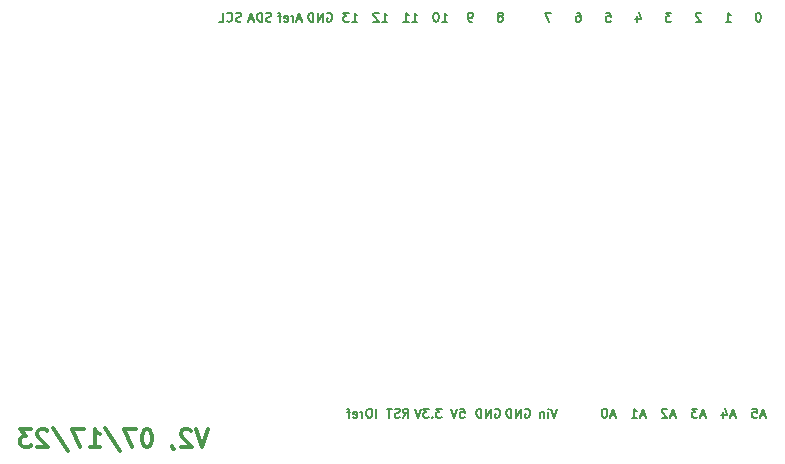
<source format=gbr>
%TF.GenerationSoftware,KiCad,Pcbnew,(6.0.8-1)-1*%
%TF.CreationDate,2023-07-19T23:06:52-04:00*%
%TF.ProjectId,bnc_shield,626e635f-7368-4696-956c-642e6b696361,rev?*%
%TF.SameCoordinates,Original*%
%TF.FileFunction,Legend,Bot*%
%TF.FilePolarity,Positive*%
%FSLAX46Y46*%
G04 Gerber Fmt 4.6, Leading zero omitted, Abs format (unit mm)*
G04 Created by KiCad (PCBNEW (6.0.8-1)-1) date 2023-07-19 23:06:52*
%MOMM*%
%LPD*%
G01*
G04 APERTURE LIST*
%ADD10C,0.127000*%
%ADD11C,0.300000*%
G04 APERTURE END LIST*
D10*
X157498142Y-116168714D02*
X157244142Y-116930714D01*
X156990142Y-116168714D01*
X156736142Y-116930714D02*
X156736142Y-116422714D01*
X156736142Y-116168714D02*
X156772428Y-116205000D01*
X156736142Y-116241285D01*
X156699857Y-116205000D01*
X156736142Y-116168714D01*
X156736142Y-116241285D01*
X156373285Y-116422714D02*
X156373285Y-116930714D01*
X156373285Y-116495285D02*
X156337000Y-116459000D01*
X156264428Y-116422714D01*
X156155571Y-116422714D01*
X156083000Y-116459000D01*
X156046714Y-116531571D01*
X156046714Y-116930714D01*
X147682857Y-116168714D02*
X147211142Y-116168714D01*
X147465142Y-116459000D01*
X147356285Y-116459000D01*
X147283714Y-116495285D01*
X147247428Y-116531571D01*
X147211142Y-116604142D01*
X147211142Y-116785571D01*
X147247428Y-116858142D01*
X147283714Y-116894428D01*
X147356285Y-116930714D01*
X147574000Y-116930714D01*
X147646571Y-116894428D01*
X147682857Y-116858142D01*
X146884571Y-116858142D02*
X146848285Y-116894428D01*
X146884571Y-116930714D01*
X146920857Y-116894428D01*
X146884571Y-116858142D01*
X146884571Y-116930714D01*
X146594285Y-116168714D02*
X146122571Y-116168714D01*
X146376571Y-116459000D01*
X146267714Y-116459000D01*
X146195142Y-116495285D01*
X146158857Y-116531571D01*
X146122571Y-116604142D01*
X146122571Y-116785571D01*
X146158857Y-116858142D01*
X146195142Y-116894428D01*
X146267714Y-116930714D01*
X146485428Y-116930714D01*
X146558000Y-116894428D01*
X146594285Y-116858142D01*
X145904857Y-116168714D02*
X145650857Y-116930714D01*
X145396857Y-116168714D01*
X145179142Y-83402714D02*
X145614571Y-83402714D01*
X145396857Y-83402714D02*
X145396857Y-82640714D01*
X145469428Y-82749571D01*
X145542000Y-82822142D01*
X145614571Y-82858428D01*
X144453428Y-83402714D02*
X144888857Y-83402714D01*
X144671142Y-83402714D02*
X144671142Y-82640714D01*
X144743714Y-82749571D01*
X144816285Y-82822142D01*
X144888857Y-82858428D01*
X167132000Y-82640714D02*
X166660285Y-82640714D01*
X166914285Y-82931000D01*
X166805428Y-82931000D01*
X166732857Y-82967285D01*
X166696571Y-83003571D01*
X166660285Y-83076142D01*
X166660285Y-83257571D01*
X166696571Y-83330142D01*
X166732857Y-83366428D01*
X166805428Y-83402714D01*
X167023142Y-83402714D01*
X167095714Y-83366428D01*
X167132000Y-83330142D01*
X149243142Y-116168714D02*
X149606000Y-116168714D01*
X149642285Y-116531571D01*
X149606000Y-116495285D01*
X149533428Y-116459000D01*
X149352000Y-116459000D01*
X149279428Y-116495285D01*
X149243142Y-116531571D01*
X149206857Y-116604142D01*
X149206857Y-116785571D01*
X149243142Y-116858142D01*
X149279428Y-116894428D01*
X149352000Y-116930714D01*
X149533428Y-116930714D01*
X149606000Y-116894428D01*
X149642285Y-116858142D01*
X148989142Y-116168714D02*
X148735142Y-116930714D01*
X148481142Y-116168714D01*
X172502285Y-116713000D02*
X172139428Y-116713000D01*
X172574857Y-116930714D02*
X172320857Y-116168714D01*
X172066857Y-116930714D01*
X171486285Y-116422714D02*
X171486285Y-116930714D01*
X171667714Y-116132428D02*
X171849142Y-116676714D01*
X171377428Y-116676714D01*
D11*
X127888000Y-117923571D02*
X127388000Y-119423571D01*
X126888000Y-117923571D01*
X126459428Y-118066428D02*
X126388000Y-117995000D01*
X126245142Y-117923571D01*
X125888000Y-117923571D01*
X125745142Y-117995000D01*
X125673714Y-118066428D01*
X125602285Y-118209285D01*
X125602285Y-118352142D01*
X125673714Y-118566428D01*
X126530857Y-119423571D01*
X125602285Y-119423571D01*
X124888000Y-119352142D02*
X124888000Y-119423571D01*
X124959428Y-119566428D01*
X125030857Y-119637857D01*
X122816571Y-117923571D02*
X122673714Y-117923571D01*
X122530857Y-117995000D01*
X122459428Y-118066428D01*
X122388000Y-118209285D01*
X122316571Y-118495000D01*
X122316571Y-118852142D01*
X122388000Y-119137857D01*
X122459428Y-119280714D01*
X122530857Y-119352142D01*
X122673714Y-119423571D01*
X122816571Y-119423571D01*
X122959428Y-119352142D01*
X123030857Y-119280714D01*
X123102285Y-119137857D01*
X123173714Y-118852142D01*
X123173714Y-118495000D01*
X123102285Y-118209285D01*
X123030857Y-118066428D01*
X122959428Y-117995000D01*
X122816571Y-117923571D01*
X121816571Y-117923571D02*
X120816571Y-117923571D01*
X121459428Y-119423571D01*
X119173714Y-117852142D02*
X120459428Y-119780714D01*
X117888000Y-119423571D02*
X118745142Y-119423571D01*
X118316571Y-119423571D02*
X118316571Y-117923571D01*
X118459428Y-118137857D01*
X118602285Y-118280714D01*
X118745142Y-118352142D01*
X117388000Y-117923571D02*
X116388000Y-117923571D01*
X117030857Y-119423571D01*
X114745142Y-117852142D02*
X116030857Y-119780714D01*
X114316571Y-118066428D02*
X114245142Y-117995000D01*
X114102285Y-117923571D01*
X113745142Y-117923571D01*
X113602285Y-117995000D01*
X113530857Y-118066428D01*
X113459428Y-118209285D01*
X113459428Y-118352142D01*
X113530857Y-118566428D01*
X114388000Y-119423571D01*
X113459428Y-119423571D01*
X112959428Y-117923571D02*
X112030857Y-117923571D01*
X112530857Y-118495000D01*
X112316571Y-118495000D01*
X112173714Y-118566428D01*
X112102285Y-118637857D01*
X112030857Y-118780714D01*
X112030857Y-119137857D01*
X112102285Y-119280714D01*
X112173714Y-119352142D01*
X112316571Y-119423571D01*
X112745142Y-119423571D01*
X112888000Y-119352142D01*
X112959428Y-119280714D01*
D10*
X144435285Y-116930714D02*
X144689285Y-116567857D01*
X144870714Y-116930714D02*
X144870714Y-116168714D01*
X144580428Y-116168714D01*
X144507857Y-116205000D01*
X144471571Y-116241285D01*
X144435285Y-116313857D01*
X144435285Y-116422714D01*
X144471571Y-116495285D01*
X144507857Y-116531571D01*
X144580428Y-116567857D01*
X144870714Y-116567857D01*
X144145000Y-116894428D02*
X144036142Y-116930714D01*
X143854714Y-116930714D01*
X143782142Y-116894428D01*
X143745857Y-116858142D01*
X143709571Y-116785571D01*
X143709571Y-116713000D01*
X143745857Y-116640428D01*
X143782142Y-116604142D01*
X143854714Y-116567857D01*
X143999857Y-116531571D01*
X144072428Y-116495285D01*
X144108714Y-116459000D01*
X144145000Y-116386428D01*
X144145000Y-116313857D01*
X144108714Y-116241285D01*
X144072428Y-116205000D01*
X143999857Y-116168714D01*
X143818428Y-116168714D01*
X143709571Y-116205000D01*
X143491857Y-116168714D02*
X143056428Y-116168714D01*
X143274142Y-116930714D02*
X143274142Y-116168714D01*
X171740285Y-83402714D02*
X172175714Y-83402714D01*
X171958000Y-83402714D02*
X171958000Y-82640714D01*
X172030571Y-82749571D01*
X172103142Y-82822142D01*
X172175714Y-82858428D01*
X156972000Y-82640714D02*
X156464000Y-82640714D01*
X156790571Y-83402714D01*
X152218571Y-116205000D02*
X152291142Y-116168714D01*
X152400000Y-116168714D01*
X152508857Y-116205000D01*
X152581428Y-116277571D01*
X152617714Y-116350142D01*
X152654000Y-116495285D01*
X152654000Y-116604142D01*
X152617714Y-116749285D01*
X152581428Y-116821857D01*
X152508857Y-116894428D01*
X152400000Y-116930714D01*
X152327428Y-116930714D01*
X152218571Y-116894428D01*
X152182285Y-116858142D01*
X152182285Y-116604142D01*
X152327428Y-116604142D01*
X151855714Y-116930714D02*
X151855714Y-116168714D01*
X151420285Y-116930714D01*
X151420285Y-116168714D01*
X151057428Y-116930714D02*
X151057428Y-116168714D01*
X150876000Y-116168714D01*
X150767142Y-116205000D01*
X150694571Y-116277571D01*
X150658285Y-116350142D01*
X150622000Y-116495285D01*
X150622000Y-116604142D01*
X150658285Y-116749285D01*
X150694571Y-116821857D01*
X150767142Y-116894428D01*
X150876000Y-116930714D01*
X151057428Y-116930714D01*
X169635714Y-82713285D02*
X169599428Y-82677000D01*
X169526857Y-82640714D01*
X169345428Y-82640714D01*
X169272857Y-82677000D01*
X169236571Y-82713285D01*
X169200285Y-82785857D01*
X169200285Y-82858428D01*
X169236571Y-82967285D01*
X169672000Y-83402714D01*
X169200285Y-83402714D01*
X135835571Y-83185000D02*
X135472714Y-83185000D01*
X135908142Y-83402714D02*
X135654142Y-82640714D01*
X135400142Y-83402714D01*
X135146142Y-83402714D02*
X135146142Y-82894714D01*
X135146142Y-83039857D02*
X135109857Y-82967285D01*
X135073571Y-82931000D01*
X135001000Y-82894714D01*
X134928428Y-82894714D01*
X134384142Y-83366428D02*
X134456714Y-83402714D01*
X134601857Y-83402714D01*
X134674428Y-83366428D01*
X134710714Y-83293857D01*
X134710714Y-83003571D01*
X134674428Y-82931000D01*
X134601857Y-82894714D01*
X134456714Y-82894714D01*
X134384142Y-82931000D01*
X134347857Y-83003571D01*
X134347857Y-83076142D01*
X134710714Y-83148714D01*
X134130142Y-82894714D02*
X133839857Y-82894714D01*
X134021285Y-83402714D02*
X134021285Y-82749571D01*
X133985000Y-82677000D01*
X133912428Y-82640714D01*
X133839857Y-82640714D01*
X130701142Y-83366428D02*
X130592285Y-83402714D01*
X130410857Y-83402714D01*
X130338285Y-83366428D01*
X130302000Y-83330142D01*
X130265714Y-83257571D01*
X130265714Y-83185000D01*
X130302000Y-83112428D01*
X130338285Y-83076142D01*
X130410857Y-83039857D01*
X130556000Y-83003571D01*
X130628571Y-82967285D01*
X130664857Y-82931000D01*
X130701142Y-82858428D01*
X130701142Y-82785857D01*
X130664857Y-82713285D01*
X130628571Y-82677000D01*
X130556000Y-82640714D01*
X130374571Y-82640714D01*
X130265714Y-82677000D01*
X129503714Y-83330142D02*
X129540000Y-83366428D01*
X129648857Y-83402714D01*
X129721428Y-83402714D01*
X129830285Y-83366428D01*
X129902857Y-83293857D01*
X129939142Y-83221285D01*
X129975428Y-83076142D01*
X129975428Y-82967285D01*
X129939142Y-82822142D01*
X129902857Y-82749571D01*
X129830285Y-82677000D01*
X129721428Y-82640714D01*
X129648857Y-82640714D01*
X129540000Y-82677000D01*
X129503714Y-82713285D01*
X128814285Y-83402714D02*
X129177142Y-83402714D01*
X129177142Y-82640714D01*
X161616571Y-82640714D02*
X161979428Y-82640714D01*
X162015714Y-83003571D01*
X161979428Y-82967285D01*
X161906857Y-82931000D01*
X161725428Y-82931000D01*
X161652857Y-82967285D01*
X161616571Y-83003571D01*
X161580285Y-83076142D01*
X161580285Y-83257571D01*
X161616571Y-83330142D01*
X161652857Y-83366428D01*
X161725428Y-83402714D01*
X161906857Y-83402714D01*
X161979428Y-83366428D01*
X162015714Y-83330142D01*
X162342285Y-116713000D02*
X161979428Y-116713000D01*
X162414857Y-116930714D02*
X162160857Y-116168714D01*
X161906857Y-116930714D01*
X161507714Y-116168714D02*
X161435142Y-116168714D01*
X161362571Y-116205000D01*
X161326285Y-116241285D01*
X161290000Y-116313857D01*
X161253714Y-116459000D01*
X161253714Y-116640428D01*
X161290000Y-116785571D01*
X161326285Y-116858142D01*
X161362571Y-116894428D01*
X161435142Y-116930714D01*
X161507714Y-116930714D01*
X161580285Y-116894428D01*
X161616571Y-116858142D01*
X161652857Y-116785571D01*
X161689142Y-116640428D01*
X161689142Y-116459000D01*
X161652857Y-116313857D01*
X161616571Y-116241285D01*
X161580285Y-116205000D01*
X161507714Y-116168714D01*
X140099142Y-83402714D02*
X140534571Y-83402714D01*
X140316857Y-83402714D02*
X140316857Y-82640714D01*
X140389428Y-82749571D01*
X140462000Y-82822142D01*
X140534571Y-82858428D01*
X139845142Y-82640714D02*
X139373428Y-82640714D01*
X139627428Y-82931000D01*
X139518571Y-82931000D01*
X139446000Y-82967285D01*
X139409714Y-83003571D01*
X139373428Y-83076142D01*
X139373428Y-83257571D01*
X139409714Y-83330142D01*
X139446000Y-83366428D01*
X139518571Y-83402714D01*
X139736285Y-83402714D01*
X139808857Y-83366428D01*
X139845142Y-83330142D01*
X175042285Y-116713000D02*
X174679428Y-116713000D01*
X175114857Y-116930714D02*
X174860857Y-116168714D01*
X174606857Y-116930714D01*
X173990000Y-116168714D02*
X174352857Y-116168714D01*
X174389142Y-116531571D01*
X174352857Y-116495285D01*
X174280285Y-116459000D01*
X174098857Y-116459000D01*
X174026285Y-116495285D01*
X173990000Y-116531571D01*
X173953714Y-116604142D01*
X173953714Y-116785571D01*
X173990000Y-116858142D01*
X174026285Y-116894428D01*
X174098857Y-116930714D01*
X174280285Y-116930714D01*
X174352857Y-116894428D01*
X174389142Y-116858142D01*
X137994571Y-82677000D02*
X138067142Y-82640714D01*
X138176000Y-82640714D01*
X138284857Y-82677000D01*
X138357428Y-82749571D01*
X138393714Y-82822142D01*
X138430000Y-82967285D01*
X138430000Y-83076142D01*
X138393714Y-83221285D01*
X138357428Y-83293857D01*
X138284857Y-83366428D01*
X138176000Y-83402714D01*
X138103428Y-83402714D01*
X137994571Y-83366428D01*
X137958285Y-83330142D01*
X137958285Y-83076142D01*
X138103428Y-83076142D01*
X137631714Y-83402714D02*
X137631714Y-82640714D01*
X137196285Y-83402714D01*
X137196285Y-82640714D01*
X136833428Y-83402714D02*
X136833428Y-82640714D01*
X136652000Y-82640714D01*
X136543142Y-82677000D01*
X136470571Y-82749571D01*
X136434285Y-82822142D01*
X136398000Y-82967285D01*
X136398000Y-83076142D01*
X136434285Y-83221285D01*
X136470571Y-83293857D01*
X136543142Y-83366428D01*
X136652000Y-83402714D01*
X136833428Y-83402714D01*
X174534285Y-82640714D02*
X174461714Y-82640714D01*
X174389142Y-82677000D01*
X174352857Y-82713285D01*
X174316571Y-82785857D01*
X174280285Y-82931000D01*
X174280285Y-83112428D01*
X174316571Y-83257571D01*
X174352857Y-83330142D01*
X174389142Y-83366428D01*
X174461714Y-83402714D01*
X174534285Y-83402714D01*
X174606857Y-83366428D01*
X174643142Y-83330142D01*
X174679428Y-83257571D01*
X174715714Y-83112428D01*
X174715714Y-82931000D01*
X174679428Y-82785857D01*
X174643142Y-82713285D01*
X174606857Y-82677000D01*
X174534285Y-82640714D01*
X164192857Y-82894714D02*
X164192857Y-83402714D01*
X164374285Y-82604428D02*
X164555714Y-83148714D01*
X164084000Y-83148714D01*
X154758571Y-116205000D02*
X154831142Y-116168714D01*
X154940000Y-116168714D01*
X155048857Y-116205000D01*
X155121428Y-116277571D01*
X155157714Y-116350142D01*
X155194000Y-116495285D01*
X155194000Y-116604142D01*
X155157714Y-116749285D01*
X155121428Y-116821857D01*
X155048857Y-116894428D01*
X154940000Y-116930714D01*
X154867428Y-116930714D01*
X154758571Y-116894428D01*
X154722285Y-116858142D01*
X154722285Y-116604142D01*
X154867428Y-116604142D01*
X154395714Y-116930714D02*
X154395714Y-116168714D01*
X153960285Y-116930714D01*
X153960285Y-116168714D01*
X153597428Y-116930714D02*
X153597428Y-116168714D01*
X153416000Y-116168714D01*
X153307142Y-116205000D01*
X153234571Y-116277571D01*
X153198285Y-116350142D01*
X153162000Y-116495285D01*
X153162000Y-116604142D01*
X153198285Y-116749285D01*
X153234571Y-116821857D01*
X153307142Y-116894428D01*
X153416000Y-116930714D01*
X153597428Y-116930714D01*
X150259142Y-83402714D02*
X150114000Y-83402714D01*
X150041428Y-83366428D01*
X150005142Y-83330142D01*
X149932571Y-83221285D01*
X149896285Y-83076142D01*
X149896285Y-82785857D01*
X149932571Y-82713285D01*
X149968857Y-82677000D01*
X150041428Y-82640714D01*
X150186571Y-82640714D01*
X150259142Y-82677000D01*
X150295428Y-82713285D01*
X150331714Y-82785857D01*
X150331714Y-82967285D01*
X150295428Y-83039857D01*
X150259142Y-83076142D01*
X150186571Y-83112428D01*
X150041428Y-83112428D01*
X149968857Y-83076142D01*
X149932571Y-83039857D01*
X149896285Y-82967285D01*
X164882285Y-116713000D02*
X164519428Y-116713000D01*
X164954857Y-116930714D02*
X164700857Y-116168714D01*
X164446857Y-116930714D01*
X163793714Y-116930714D02*
X164229142Y-116930714D01*
X164011428Y-116930714D02*
X164011428Y-116168714D01*
X164084000Y-116277571D01*
X164156571Y-116350142D01*
X164229142Y-116386428D01*
X152726571Y-82967285D02*
X152799142Y-82931000D01*
X152835428Y-82894714D01*
X152871714Y-82822142D01*
X152871714Y-82785857D01*
X152835428Y-82713285D01*
X152799142Y-82677000D01*
X152726571Y-82640714D01*
X152581428Y-82640714D01*
X152508857Y-82677000D01*
X152472571Y-82713285D01*
X152436285Y-82785857D01*
X152436285Y-82822142D01*
X152472571Y-82894714D01*
X152508857Y-82931000D01*
X152581428Y-82967285D01*
X152726571Y-82967285D01*
X152799142Y-83003571D01*
X152835428Y-83039857D01*
X152871714Y-83112428D01*
X152871714Y-83257571D01*
X152835428Y-83330142D01*
X152799142Y-83366428D01*
X152726571Y-83402714D01*
X152581428Y-83402714D01*
X152508857Y-83366428D01*
X152472571Y-83330142D01*
X152436285Y-83257571D01*
X152436285Y-83112428D01*
X152472571Y-83039857D01*
X152508857Y-83003571D01*
X152581428Y-82967285D01*
X147719142Y-83402714D02*
X148154571Y-83402714D01*
X147936857Y-83402714D02*
X147936857Y-82640714D01*
X148009428Y-82749571D01*
X148082000Y-82822142D01*
X148154571Y-82858428D01*
X147247428Y-82640714D02*
X147174857Y-82640714D01*
X147102285Y-82677000D01*
X147066000Y-82713285D01*
X147029714Y-82785857D01*
X146993428Y-82931000D01*
X146993428Y-83112428D01*
X147029714Y-83257571D01*
X147066000Y-83330142D01*
X147102285Y-83366428D01*
X147174857Y-83402714D01*
X147247428Y-83402714D01*
X147320000Y-83366428D01*
X147356285Y-83330142D01*
X147392571Y-83257571D01*
X147428857Y-83112428D01*
X147428857Y-82931000D01*
X147392571Y-82785857D01*
X147356285Y-82713285D01*
X147320000Y-82677000D01*
X147247428Y-82640714D01*
X142639142Y-83402714D02*
X143074571Y-83402714D01*
X142856857Y-83402714D02*
X142856857Y-82640714D01*
X142929428Y-82749571D01*
X143002000Y-82822142D01*
X143074571Y-82858428D01*
X142348857Y-82713285D02*
X142312571Y-82677000D01*
X142240000Y-82640714D01*
X142058571Y-82640714D01*
X141986000Y-82677000D01*
X141949714Y-82713285D01*
X141913428Y-82785857D01*
X141913428Y-82858428D01*
X141949714Y-82967285D01*
X142385142Y-83402714D01*
X141913428Y-83402714D01*
X167422285Y-116713000D02*
X167059428Y-116713000D01*
X167494857Y-116930714D02*
X167240857Y-116168714D01*
X166986857Y-116930714D01*
X166769142Y-116241285D02*
X166732857Y-116205000D01*
X166660285Y-116168714D01*
X166478857Y-116168714D01*
X166406285Y-116205000D01*
X166370000Y-116241285D01*
X166333714Y-116313857D01*
X166333714Y-116386428D01*
X166370000Y-116495285D01*
X166805428Y-116930714D01*
X166333714Y-116930714D01*
X169962285Y-116713000D02*
X169599428Y-116713000D01*
X170034857Y-116930714D02*
X169780857Y-116168714D01*
X169526857Y-116930714D01*
X169345428Y-116168714D02*
X168873714Y-116168714D01*
X169127714Y-116459000D01*
X169018857Y-116459000D01*
X168946285Y-116495285D01*
X168910000Y-116531571D01*
X168873714Y-116604142D01*
X168873714Y-116785571D01*
X168910000Y-116858142D01*
X168946285Y-116894428D01*
X169018857Y-116930714D01*
X169236571Y-116930714D01*
X169309142Y-116894428D01*
X169345428Y-116858142D01*
X133259285Y-83366428D02*
X133150428Y-83402714D01*
X132969000Y-83402714D01*
X132896428Y-83366428D01*
X132860142Y-83330142D01*
X132823857Y-83257571D01*
X132823857Y-83185000D01*
X132860142Y-83112428D01*
X132896428Y-83076142D01*
X132969000Y-83039857D01*
X133114142Y-83003571D01*
X133186714Y-82967285D01*
X133223000Y-82931000D01*
X133259285Y-82858428D01*
X133259285Y-82785857D01*
X133223000Y-82713285D01*
X133186714Y-82677000D01*
X133114142Y-82640714D01*
X132932714Y-82640714D01*
X132823857Y-82677000D01*
X132497285Y-83402714D02*
X132497285Y-82640714D01*
X132315857Y-82640714D01*
X132207000Y-82677000D01*
X132134428Y-82749571D01*
X132098142Y-82822142D01*
X132061857Y-82967285D01*
X132061857Y-83076142D01*
X132098142Y-83221285D01*
X132134428Y-83293857D01*
X132207000Y-83366428D01*
X132315857Y-83402714D01*
X132497285Y-83402714D01*
X131771571Y-83185000D02*
X131408714Y-83185000D01*
X131844142Y-83402714D02*
X131590142Y-82640714D01*
X131336142Y-83402714D01*
X142149285Y-116930714D02*
X142149285Y-116168714D01*
X141641285Y-116168714D02*
X141496142Y-116168714D01*
X141423571Y-116205000D01*
X141351000Y-116277571D01*
X141314714Y-116422714D01*
X141314714Y-116676714D01*
X141351000Y-116821857D01*
X141423571Y-116894428D01*
X141496142Y-116930714D01*
X141641285Y-116930714D01*
X141713857Y-116894428D01*
X141786428Y-116821857D01*
X141822714Y-116676714D01*
X141822714Y-116422714D01*
X141786428Y-116277571D01*
X141713857Y-116205000D01*
X141641285Y-116168714D01*
X140988142Y-116930714D02*
X140988142Y-116422714D01*
X140988142Y-116567857D02*
X140951857Y-116495285D01*
X140915571Y-116459000D01*
X140843000Y-116422714D01*
X140770428Y-116422714D01*
X140226142Y-116894428D02*
X140298714Y-116930714D01*
X140443857Y-116930714D01*
X140516428Y-116894428D01*
X140552714Y-116821857D01*
X140552714Y-116531571D01*
X140516428Y-116459000D01*
X140443857Y-116422714D01*
X140298714Y-116422714D01*
X140226142Y-116459000D01*
X140189857Y-116531571D01*
X140189857Y-116604142D01*
X140552714Y-116676714D01*
X139972142Y-116422714D02*
X139681857Y-116422714D01*
X139863285Y-116930714D02*
X139863285Y-116277571D01*
X139827000Y-116205000D01*
X139754428Y-116168714D01*
X139681857Y-116168714D01*
X159112857Y-82640714D02*
X159258000Y-82640714D01*
X159330571Y-82677000D01*
X159366857Y-82713285D01*
X159439428Y-82822142D01*
X159475714Y-82967285D01*
X159475714Y-83257571D01*
X159439428Y-83330142D01*
X159403142Y-83366428D01*
X159330571Y-83402714D01*
X159185428Y-83402714D01*
X159112857Y-83366428D01*
X159076571Y-83330142D01*
X159040285Y-83257571D01*
X159040285Y-83076142D01*
X159076571Y-83003571D01*
X159112857Y-82967285D01*
X159185428Y-82931000D01*
X159330571Y-82931000D01*
X159403142Y-82967285D01*
X159439428Y-83003571D01*
X159475714Y-83076142D01*
M02*

</source>
